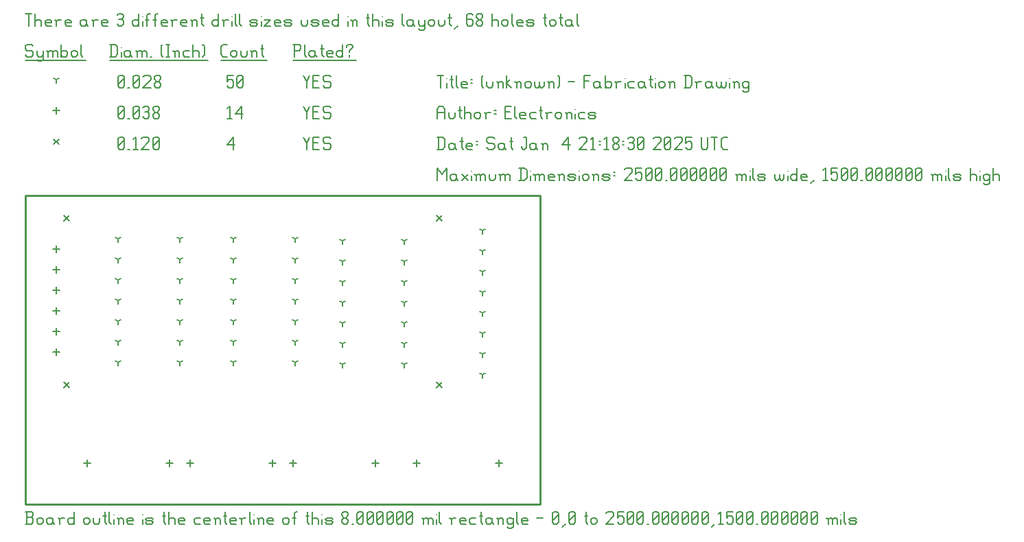
<source format=gbr>
G04 start of page 17 for group -3984 idx -3984 *
G04 Title: (unknown), fab *
G04 Creator: pcb 4.2.2 *
G04 CreationDate: Sat Jan  4 21:18:30 2025 UTC *
G04 For: electronics *
G04 Format: Gerber/RS-274X *
G04 PCB-Dimensions (mil): 2500.00 1500.00 *
G04 PCB-Coordinate-Origin: lower left *
%MOIN*%
%FSLAX25Y25*%
%LNFAB*%
%ADD78C,0.0100*%
%ADD77C,0.0075*%
%ADD76C,0.0060*%
%ADD75C,0.0080*%
G54D75*X18800Y140200D02*X21200Y137800D01*
X18800D02*X21200Y140200D01*
X199800D02*X202200Y137800D01*
X199800D02*X202200Y140200D01*
X199800Y59200D02*X202200Y56800D01*
X199800D02*X202200Y59200D01*
X18800D02*X21200Y56800D01*
X18800D02*X21200Y59200D01*
X13800Y177450D02*X16200Y175050D01*
X13800D02*X16200Y177450D01*
G54D76*X135000Y178500D02*X136500Y175500D01*
X138000Y178500D01*
X136500Y175500D02*Y172500D01*
X139800Y175800D02*X142050D01*
X139800Y172500D02*X142800D01*
X139800Y178500D02*Y172500D01*
Y178500D02*X142800D01*
X147600D02*X148350Y177750D01*
X145350Y178500D02*X147600D01*
X144600Y177750D02*X145350Y178500D01*
X144600Y177750D02*Y176250D01*
X145350Y175500D01*
X147600D01*
X148350Y174750D01*
Y173250D01*
X147600Y172500D02*X148350Y173250D01*
X145350Y172500D02*X147600D01*
X144600Y173250D02*X145350Y172500D01*
X98000Y174750D02*X101000Y178500D01*
X98000Y174750D02*X101750D01*
X101000Y178500D02*Y172500D01*
X45000Y173250D02*X45750Y172500D01*
X45000Y177750D02*Y173250D01*
Y177750D02*X45750Y178500D01*
X47250D01*
X48000Y177750D01*
Y173250D01*
X47250Y172500D02*X48000Y173250D01*
X45750Y172500D02*X47250D01*
X45000Y174000D02*X48000Y177000D01*
X49800Y172500D02*X50550D01*
X52350Y177300D02*X53550Y178500D01*
Y172500D01*
X52350D02*X54600D01*
X56400Y177750D02*X57150Y178500D01*
X59400D01*
X60150Y177750D01*
Y176250D01*
X56400Y172500D02*X60150Y176250D01*
X56400Y172500D02*X60150D01*
X61950Y173250D02*X62700Y172500D01*
X61950Y177750D02*Y173250D01*
Y177750D02*X62700Y178500D01*
X64200D01*
X64950Y177750D01*
Y173250D01*
X64200Y172500D02*X64950Y173250D01*
X62700Y172500D02*X64200D01*
X61950Y174000D02*X64950Y177000D01*
X190000Y21600D02*Y18400D01*
X188400Y20000D02*X191600D01*
X230000Y21600D02*Y18400D01*
X228400Y20000D02*X231600D01*
X130000Y21600D02*Y18400D01*
X128400Y20000D02*X131600D01*
X170000Y21600D02*Y18400D01*
X168400Y20000D02*X171600D01*
X80000Y21600D02*Y18400D01*
X78400Y20000D02*X81600D01*
X120000Y21600D02*Y18400D01*
X118400Y20000D02*X121600D01*
X30000Y21600D02*Y18400D01*
X28400Y20000D02*X31600D01*
X70000Y21600D02*Y18400D01*
X68400Y20000D02*X71600D01*
X15000Y75600D02*Y72400D01*
X13400Y74000D02*X16600D01*
X15000Y85600D02*Y82400D01*
X13400Y84000D02*X16600D01*
X15000Y95600D02*Y92400D01*
X13400Y94000D02*X16600D01*
X15000Y105600D02*Y102400D01*
X13400Y104000D02*X16600D01*
X15000Y115600D02*Y112400D01*
X13400Y114000D02*X16600D01*
X15000Y125600D02*Y122400D01*
X13400Y124000D02*X16600D01*
X15000Y192850D02*Y189650D01*
X13400Y191250D02*X16600D01*
X135000Y193500D02*X136500Y190500D01*
X138000Y193500D01*
X136500Y190500D02*Y187500D01*
X139800Y190800D02*X142050D01*
X139800Y187500D02*X142800D01*
X139800Y193500D02*Y187500D01*
Y193500D02*X142800D01*
X147600D02*X148350Y192750D01*
X145350Y193500D02*X147600D01*
X144600Y192750D02*X145350Y193500D01*
X144600Y192750D02*Y191250D01*
X145350Y190500D01*
X147600D01*
X148350Y189750D01*
Y188250D01*
X147600Y187500D02*X148350Y188250D01*
X145350Y187500D02*X147600D01*
X144600Y188250D02*X145350Y187500D01*
X98000Y192300D02*X99200Y193500D01*
Y187500D01*
X98000D02*X100250D01*
X102050Y189750D02*X105050Y193500D01*
X102050Y189750D02*X105800D01*
X105050Y193500D02*Y187500D01*
X45000Y188250D02*X45750Y187500D01*
X45000Y192750D02*Y188250D01*
Y192750D02*X45750Y193500D01*
X47250D01*
X48000Y192750D01*
Y188250D01*
X47250Y187500D02*X48000Y188250D01*
X45750Y187500D02*X47250D01*
X45000Y189000D02*X48000Y192000D01*
X49800Y187500D02*X50550D01*
X52350Y188250D02*X53100Y187500D01*
X52350Y192750D02*Y188250D01*
Y192750D02*X53100Y193500D01*
X54600D01*
X55350Y192750D01*
Y188250D01*
X54600Y187500D02*X55350Y188250D01*
X53100Y187500D02*X54600D01*
X52350Y189000D02*X55350Y192000D01*
X57150Y192750D02*X57900Y193500D01*
X59400D01*
X60150Y192750D01*
X59400Y187500D02*X60150Y188250D01*
X57900Y187500D02*X59400D01*
X57150Y188250D02*X57900Y187500D01*
Y190800D02*X59400D01*
X60150Y192750D02*Y191550D01*
Y190050D02*Y188250D01*
Y190050D02*X59400Y190800D01*
X60150Y191550D02*X59400Y190800D01*
X61950Y188250D02*X62700Y187500D01*
X61950Y189450D02*Y188250D01*
Y189450D02*X63000Y190500D01*
X63900D01*
X64950Y189450D01*
Y188250D01*
X64200Y187500D02*X64950Y188250D01*
X62700Y187500D02*X64200D01*
X61950Y191550D02*X63000Y190500D01*
X61950Y192750D02*Y191550D01*
Y192750D02*X62700Y193500D01*
X64200D01*
X64950Y192750D01*
Y191550D01*
X63900Y190500D02*X64950Y191550D01*
X222000Y63000D02*Y61400D01*
Y63000D02*X223387Y63800D01*
X222000Y63000D02*X220613Y63800D01*
X222000Y73000D02*Y71400D01*
Y73000D02*X223387Y73800D01*
X222000Y73000D02*X220613Y73800D01*
X222000Y83000D02*Y81400D01*
Y83000D02*X223387Y83800D01*
X222000Y83000D02*X220613Y83800D01*
X222000Y93000D02*Y91400D01*
Y93000D02*X223387Y93800D01*
X222000Y93000D02*X220613Y93800D01*
X222000Y103000D02*Y101400D01*
Y103000D02*X223387Y103800D01*
X222000Y103000D02*X220613Y103800D01*
X222000Y113000D02*Y111400D01*
Y113000D02*X223387Y113800D01*
X222000Y113000D02*X220613Y113800D01*
X222000Y123000D02*Y121400D01*
Y123000D02*X223387Y123800D01*
X222000Y123000D02*X220613Y123800D01*
X222000Y133000D02*Y131400D01*
Y133000D02*X223387Y133800D01*
X222000Y133000D02*X220613Y133800D01*
X184000Y68000D02*Y66400D01*
Y68000D02*X185387Y68800D01*
X184000Y68000D02*X182613Y68800D01*
X184000Y78000D02*Y76400D01*
Y78000D02*X185387Y78800D01*
X184000Y78000D02*X182613Y78800D01*
X184000Y88000D02*Y86400D01*
Y88000D02*X185387Y88800D01*
X184000Y88000D02*X182613Y88800D01*
X184000Y98000D02*Y96400D01*
Y98000D02*X185387Y98800D01*
X184000Y98000D02*X182613Y98800D01*
X184000Y108000D02*Y106400D01*
Y108000D02*X185387Y108800D01*
X184000Y108000D02*X182613Y108800D01*
X184000Y118000D02*Y116400D01*
Y118000D02*X185387Y118800D01*
X184000Y118000D02*X182613Y118800D01*
X184000Y128000D02*Y126400D01*
Y128000D02*X185387Y128800D01*
X184000Y128000D02*X182613Y128800D01*
X154000Y128000D02*Y126400D01*
Y128000D02*X155387Y128800D01*
X154000Y128000D02*X152613Y128800D01*
X154000Y118000D02*Y116400D01*
Y118000D02*X155387Y118800D01*
X154000Y118000D02*X152613Y118800D01*
X154000Y108000D02*Y106400D01*
Y108000D02*X155387Y108800D01*
X154000Y108000D02*X152613Y108800D01*
X154000Y98000D02*Y96400D01*
Y98000D02*X155387Y98800D01*
X154000Y98000D02*X152613Y98800D01*
X154000Y88000D02*Y86400D01*
Y88000D02*X155387Y88800D01*
X154000Y88000D02*X152613Y88800D01*
X154000Y78000D02*Y76400D01*
Y78000D02*X155387Y78800D01*
X154000Y78000D02*X152613Y78800D01*
X154000Y68000D02*Y66400D01*
Y68000D02*X155387Y68800D01*
X154000Y68000D02*X152613Y68800D01*
X131000Y69000D02*Y67400D01*
Y69000D02*X132387Y69800D01*
X131000Y69000D02*X129613Y69800D01*
X131000Y79000D02*Y77400D01*
Y79000D02*X132387Y79800D01*
X131000Y79000D02*X129613Y79800D01*
X131000Y89000D02*Y87400D01*
Y89000D02*X132387Y89800D01*
X131000Y89000D02*X129613Y89800D01*
X131000Y99000D02*Y97400D01*
Y99000D02*X132387Y99800D01*
X131000Y99000D02*X129613Y99800D01*
X131000Y109000D02*Y107400D01*
Y109000D02*X132387Y109800D01*
X131000Y109000D02*X129613Y109800D01*
X131000Y119000D02*Y117400D01*
Y119000D02*X132387Y119800D01*
X131000Y119000D02*X129613Y119800D01*
X131000Y129000D02*Y127400D01*
Y129000D02*X132387Y129800D01*
X131000Y129000D02*X129613Y129800D01*
X101000Y129000D02*Y127400D01*
Y129000D02*X102387Y129800D01*
X101000Y129000D02*X99613Y129800D01*
X101000Y119000D02*Y117400D01*
Y119000D02*X102387Y119800D01*
X101000Y119000D02*X99613Y119800D01*
X101000Y109000D02*Y107400D01*
Y109000D02*X102387Y109800D01*
X101000Y109000D02*X99613Y109800D01*
X101000Y99000D02*Y97400D01*
Y99000D02*X102387Y99800D01*
X101000Y99000D02*X99613Y99800D01*
X101000Y89000D02*Y87400D01*
Y89000D02*X102387Y89800D01*
X101000Y89000D02*X99613Y89800D01*
X101000Y79000D02*Y77400D01*
Y79000D02*X102387Y79800D01*
X101000Y79000D02*X99613Y79800D01*
X101000Y69000D02*Y67400D01*
Y69000D02*X102387Y69800D01*
X101000Y69000D02*X99613Y69800D01*
X75000Y69000D02*Y67400D01*
Y69000D02*X76387Y69800D01*
X75000Y69000D02*X73613Y69800D01*
X75000Y79000D02*Y77400D01*
Y79000D02*X76387Y79800D01*
X75000Y79000D02*X73613Y79800D01*
X75000Y89000D02*Y87400D01*
Y89000D02*X76387Y89800D01*
X75000Y89000D02*X73613Y89800D01*
X75000Y99000D02*Y97400D01*
Y99000D02*X76387Y99800D01*
X75000Y99000D02*X73613Y99800D01*
X75000Y109000D02*Y107400D01*
Y109000D02*X76387Y109800D01*
X75000Y109000D02*X73613Y109800D01*
X75000Y119000D02*Y117400D01*
Y119000D02*X76387Y119800D01*
X75000Y119000D02*X73613Y119800D01*
X75000Y129000D02*Y127400D01*
Y129000D02*X76387Y129800D01*
X75000Y129000D02*X73613Y129800D01*
X45000Y129000D02*Y127400D01*
Y129000D02*X46387Y129800D01*
X45000Y129000D02*X43613Y129800D01*
X45000Y119000D02*Y117400D01*
Y119000D02*X46387Y119800D01*
X45000Y119000D02*X43613Y119800D01*
X45000Y109000D02*Y107400D01*
Y109000D02*X46387Y109800D01*
X45000Y109000D02*X43613Y109800D01*
X45000Y99000D02*Y97400D01*
Y99000D02*X46387Y99800D01*
X45000Y99000D02*X43613Y99800D01*
X45000Y89000D02*Y87400D01*
Y89000D02*X46387Y89800D01*
X45000Y89000D02*X43613Y89800D01*
X45000Y79000D02*Y77400D01*
Y79000D02*X46387Y79800D01*
X45000Y79000D02*X43613Y79800D01*
X45000Y69000D02*Y67400D01*
Y69000D02*X46387Y69800D01*
X45000Y69000D02*X43613Y69800D01*
X15000Y206250D02*Y204650D01*
Y206250D02*X16387Y207050D01*
X15000Y206250D02*X13613Y207050D01*
X135000Y208500D02*X136500Y205500D01*
X138000Y208500D01*
X136500Y205500D02*Y202500D01*
X139800Y205800D02*X142050D01*
X139800Y202500D02*X142800D01*
X139800Y208500D02*Y202500D01*
Y208500D02*X142800D01*
X147600D02*X148350Y207750D01*
X145350Y208500D02*X147600D01*
X144600Y207750D02*X145350Y208500D01*
X144600Y207750D02*Y206250D01*
X145350Y205500D01*
X147600D01*
X148350Y204750D01*
Y203250D01*
X147600Y202500D02*X148350Y203250D01*
X145350Y202500D02*X147600D01*
X144600Y203250D02*X145350Y202500D01*
X98000Y208500D02*X101000D01*
X98000D02*Y205500D01*
X98750Y206250D01*
X100250D01*
X101000Y205500D01*
Y203250D01*
X100250Y202500D02*X101000Y203250D01*
X98750Y202500D02*X100250D01*
X98000Y203250D02*X98750Y202500D01*
X102800Y203250D02*X103550Y202500D01*
X102800Y207750D02*Y203250D01*
Y207750D02*X103550Y208500D01*
X105050D01*
X105800Y207750D01*
Y203250D01*
X105050Y202500D02*X105800Y203250D01*
X103550Y202500D02*X105050D01*
X102800Y204000D02*X105800Y207000D01*
X45000Y203250D02*X45750Y202500D01*
X45000Y207750D02*Y203250D01*
Y207750D02*X45750Y208500D01*
X47250D01*
X48000Y207750D01*
Y203250D01*
X47250Y202500D02*X48000Y203250D01*
X45750Y202500D02*X47250D01*
X45000Y204000D02*X48000Y207000D01*
X49800Y202500D02*X50550D01*
X52350Y203250D02*X53100Y202500D01*
X52350Y207750D02*Y203250D01*
Y207750D02*X53100Y208500D01*
X54600D01*
X55350Y207750D01*
Y203250D01*
X54600Y202500D02*X55350Y203250D01*
X53100Y202500D02*X54600D01*
X52350Y204000D02*X55350Y207000D01*
X57150Y207750D02*X57900Y208500D01*
X60150D01*
X60900Y207750D01*
Y206250D01*
X57150Y202500D02*X60900Y206250D01*
X57150Y202500D02*X60900D01*
X62700Y203250D02*X63450Y202500D01*
X62700Y204450D02*Y203250D01*
Y204450D02*X63750Y205500D01*
X64650D01*
X65700Y204450D01*
Y203250D01*
X64950Y202500D02*X65700Y203250D01*
X63450Y202500D02*X64950D01*
X62700Y206550D02*X63750Y205500D01*
X62700Y207750D02*Y206550D01*
Y207750D02*X63450Y208500D01*
X64950D01*
X65700Y207750D01*
Y206550D01*
X64650Y205500D02*X65700Y206550D01*
X3000Y223500D02*X3750Y222750D01*
X750Y223500D02*X3000D01*
X0Y222750D02*X750Y223500D01*
X0Y222750D02*Y221250D01*
X750Y220500D01*
X3000D01*
X3750Y219750D01*
Y218250D01*
X3000Y217500D02*X3750Y218250D01*
X750Y217500D02*X3000D01*
X0Y218250D02*X750Y217500D01*
X5550Y220500D02*Y218250D01*
X6300Y217500D01*
X8550Y220500D02*Y216000D01*
X7800Y215250D02*X8550Y216000D01*
X6300Y215250D02*X7800D01*
X5550Y216000D02*X6300Y215250D01*
Y217500D02*X7800D01*
X8550Y218250D01*
X11100Y219750D02*Y217500D01*
Y219750D02*X11850Y220500D01*
X12600D01*
X13350Y219750D01*
Y217500D01*
Y219750D02*X14100Y220500D01*
X14850D01*
X15600Y219750D01*
Y217500D01*
X10350Y220500D02*X11100Y219750D01*
X17400Y223500D02*Y217500D01*
Y218250D02*X18150Y217500D01*
X19650D01*
X20400Y218250D01*
Y219750D02*Y218250D01*
X19650Y220500D02*X20400Y219750D01*
X18150Y220500D02*X19650D01*
X17400Y219750D02*X18150Y220500D01*
X22200Y219750D02*Y218250D01*
Y219750D02*X22950Y220500D01*
X24450D01*
X25200Y219750D01*
Y218250D01*
X24450Y217500D02*X25200Y218250D01*
X22950Y217500D02*X24450D01*
X22200Y218250D02*X22950Y217500D01*
X27000Y223500D02*Y218250D01*
X27750Y217500D01*
X0Y215750D02*X29250D01*
X41750Y223500D02*Y217500D01*
X43700Y223500D02*X44750Y222450D01*
Y218550D01*
X43700Y217500D02*X44750Y218550D01*
X41000Y217500D02*X43700D01*
X41000Y223500D02*X43700D01*
G54D77*X46550Y222000D02*Y221850D01*
G54D76*Y219750D02*Y217500D01*
X50300Y220500D02*X51050Y219750D01*
X48800Y220500D02*X50300D01*
X48050Y219750D02*X48800Y220500D01*
X48050Y219750D02*Y218250D01*
X48800Y217500D01*
X51050Y220500D02*Y218250D01*
X51800Y217500D01*
X48800D02*X50300D01*
X51050Y218250D01*
X54350Y219750D02*Y217500D01*
Y219750D02*X55100Y220500D01*
X55850D01*
X56600Y219750D01*
Y217500D01*
Y219750D02*X57350Y220500D01*
X58100D01*
X58850Y219750D01*
Y217500D01*
X53600Y220500D02*X54350Y219750D01*
X60650Y217500D02*X61400D01*
X65900Y218250D02*X66650Y217500D01*
X65900Y222750D02*X66650Y223500D01*
X65900Y222750D02*Y218250D01*
X68450Y223500D02*X69950D01*
X69200D02*Y217500D01*
X68450D02*X69950D01*
X72500Y219750D02*Y217500D01*
Y219750D02*X73250Y220500D01*
X74000D01*
X74750Y219750D01*
Y217500D01*
X71750Y220500D02*X72500Y219750D01*
X77300Y220500D02*X79550D01*
X76550Y219750D02*X77300Y220500D01*
X76550Y219750D02*Y218250D01*
X77300Y217500D01*
X79550D01*
X81350Y223500D02*Y217500D01*
Y219750D02*X82100Y220500D01*
X83600D01*
X84350Y219750D01*
Y217500D01*
X86150Y223500D02*X86900Y222750D01*
Y218250D01*
X86150Y217500D02*X86900Y218250D01*
X41000Y215750D02*X88700D01*
X96050Y217500D02*X98000D01*
X95000Y218550D02*X96050Y217500D01*
X95000Y222450D02*Y218550D01*
Y222450D02*X96050Y223500D01*
X98000D01*
X99800Y219750D02*Y218250D01*
Y219750D02*X100550Y220500D01*
X102050D01*
X102800Y219750D01*
Y218250D01*
X102050Y217500D02*X102800Y218250D01*
X100550Y217500D02*X102050D01*
X99800Y218250D02*X100550Y217500D01*
X104600Y220500D02*Y218250D01*
X105350Y217500D01*
X106850D01*
X107600Y218250D01*
Y220500D02*Y218250D01*
X110150Y219750D02*Y217500D01*
Y219750D02*X110900Y220500D01*
X111650D01*
X112400Y219750D01*
Y217500D01*
X109400Y220500D02*X110150Y219750D01*
X114950Y223500D02*Y218250D01*
X115700Y217500D01*
X114200Y221250D02*X115700D01*
X95000Y215750D02*X117200D01*
X130750Y223500D02*Y217500D01*
X130000Y223500D02*X133000D01*
X133750Y222750D01*
Y221250D01*
X133000Y220500D02*X133750Y221250D01*
X130750Y220500D02*X133000D01*
X135550Y223500D02*Y218250D01*
X136300Y217500D01*
X140050Y220500D02*X140800Y219750D01*
X138550Y220500D02*X140050D01*
X137800Y219750D02*X138550Y220500D01*
X137800Y219750D02*Y218250D01*
X138550Y217500D01*
X140800Y220500D02*Y218250D01*
X141550Y217500D01*
X138550D02*X140050D01*
X140800Y218250D01*
X144100Y223500D02*Y218250D01*
X144850Y217500D01*
X143350Y221250D02*X144850D01*
X147100Y217500D02*X149350D01*
X146350Y218250D02*X147100Y217500D01*
X146350Y219750D02*Y218250D01*
Y219750D02*X147100Y220500D01*
X148600D01*
X149350Y219750D01*
X146350Y219000D02*X149350D01*
Y219750D02*Y219000D01*
X154150Y223500D02*Y217500D01*
X153400D02*X154150Y218250D01*
X151900Y217500D02*X153400D01*
X151150Y218250D02*X151900Y217500D01*
X151150Y219750D02*Y218250D01*
Y219750D02*X151900Y220500D01*
X153400D01*
X154150Y219750D01*
X157450Y220500D02*Y219750D01*
Y218250D02*Y217500D01*
X155950Y222750D02*Y222000D01*
Y222750D02*X156700Y223500D01*
X158200D01*
X158950Y222750D01*
Y222000D01*
X157450Y220500D02*X158950Y222000D01*
X130000Y215750D02*X160750D01*
X0Y238500D02*X3000D01*
X1500D02*Y232500D01*
X4800Y238500D02*Y232500D01*
Y234750D02*X5550Y235500D01*
X7050D01*
X7800Y234750D01*
Y232500D01*
X10350D02*X12600D01*
X9600Y233250D02*X10350Y232500D01*
X9600Y234750D02*Y233250D01*
Y234750D02*X10350Y235500D01*
X11850D01*
X12600Y234750D01*
X9600Y234000D02*X12600D01*
Y234750D02*Y234000D01*
X15150Y234750D02*Y232500D01*
Y234750D02*X15900Y235500D01*
X17400D01*
X14400D02*X15150Y234750D01*
X19950Y232500D02*X22200D01*
X19200Y233250D02*X19950Y232500D01*
X19200Y234750D02*Y233250D01*
Y234750D02*X19950Y235500D01*
X21450D01*
X22200Y234750D01*
X19200Y234000D02*X22200D01*
Y234750D02*Y234000D01*
X28950Y235500D02*X29700Y234750D01*
X27450Y235500D02*X28950D01*
X26700Y234750D02*X27450Y235500D01*
X26700Y234750D02*Y233250D01*
X27450Y232500D01*
X29700Y235500D02*Y233250D01*
X30450Y232500D01*
X27450D02*X28950D01*
X29700Y233250D01*
X33000Y234750D02*Y232500D01*
Y234750D02*X33750Y235500D01*
X35250D01*
X32250D02*X33000Y234750D01*
X37800Y232500D02*X40050D01*
X37050Y233250D02*X37800Y232500D01*
X37050Y234750D02*Y233250D01*
Y234750D02*X37800Y235500D01*
X39300D01*
X40050Y234750D01*
X37050Y234000D02*X40050D01*
Y234750D02*Y234000D01*
X44550Y237750D02*X45300Y238500D01*
X46800D01*
X47550Y237750D01*
X46800Y232500D02*X47550Y233250D01*
X45300Y232500D02*X46800D01*
X44550Y233250D02*X45300Y232500D01*
Y235800D02*X46800D01*
X47550Y237750D02*Y236550D01*
Y235050D02*Y233250D01*
Y235050D02*X46800Y235800D01*
X47550Y236550D02*X46800Y235800D01*
X55050Y238500D02*Y232500D01*
X54300D02*X55050Y233250D01*
X52800Y232500D02*X54300D01*
X52050Y233250D02*X52800Y232500D01*
X52050Y234750D02*Y233250D01*
Y234750D02*X52800Y235500D01*
X54300D01*
X55050Y234750D01*
G54D77*X56850Y237000D02*Y236850D01*
G54D76*Y234750D02*Y232500D01*
X59100Y237750D02*Y232500D01*
Y237750D02*X59850Y238500D01*
X60600D01*
X58350Y235500D02*X59850D01*
X62850Y237750D02*Y232500D01*
Y237750D02*X63600Y238500D01*
X64350D01*
X62100Y235500D02*X63600D01*
X66600Y232500D02*X68850D01*
X65850Y233250D02*X66600Y232500D01*
X65850Y234750D02*Y233250D01*
Y234750D02*X66600Y235500D01*
X68100D01*
X68850Y234750D01*
X65850Y234000D02*X68850D01*
Y234750D02*Y234000D01*
X71400Y234750D02*Y232500D01*
Y234750D02*X72150Y235500D01*
X73650D01*
X70650D02*X71400Y234750D01*
X76200Y232500D02*X78450D01*
X75450Y233250D02*X76200Y232500D01*
X75450Y234750D02*Y233250D01*
Y234750D02*X76200Y235500D01*
X77700D01*
X78450Y234750D01*
X75450Y234000D02*X78450D01*
Y234750D02*Y234000D01*
X81000Y234750D02*Y232500D01*
Y234750D02*X81750Y235500D01*
X82500D01*
X83250Y234750D01*
Y232500D01*
X80250Y235500D02*X81000Y234750D01*
X85800Y238500D02*Y233250D01*
X86550Y232500D01*
X85050Y236250D02*X86550D01*
X93750Y238500D02*Y232500D01*
X93000D02*X93750Y233250D01*
X91500Y232500D02*X93000D01*
X90750Y233250D02*X91500Y232500D01*
X90750Y234750D02*Y233250D01*
Y234750D02*X91500Y235500D01*
X93000D01*
X93750Y234750D01*
X96300D02*Y232500D01*
Y234750D02*X97050Y235500D01*
X98550D01*
X95550D02*X96300Y234750D01*
G54D77*X100350Y237000D02*Y236850D01*
G54D76*Y234750D02*Y232500D01*
X101850Y238500D02*Y233250D01*
X102600Y232500D01*
X104100Y238500D02*Y233250D01*
X104850Y232500D01*
X109800D02*X112050D01*
X112800Y233250D01*
X112050Y234000D02*X112800Y233250D01*
X109800Y234000D02*X112050D01*
X109050Y234750D02*X109800Y234000D01*
X109050Y234750D02*X109800Y235500D01*
X112050D01*
X112800Y234750D01*
X109050Y233250D02*X109800Y232500D01*
G54D77*X114600Y237000D02*Y236850D01*
G54D76*Y234750D02*Y232500D01*
X116100Y235500D02*X119100D01*
X116100Y232500D02*X119100Y235500D01*
X116100Y232500D02*X119100D01*
X121650D02*X123900D01*
X120900Y233250D02*X121650Y232500D01*
X120900Y234750D02*Y233250D01*
Y234750D02*X121650Y235500D01*
X123150D01*
X123900Y234750D01*
X120900Y234000D02*X123900D01*
Y234750D02*Y234000D01*
X126450Y232500D02*X128700D01*
X129450Y233250D01*
X128700Y234000D02*X129450Y233250D01*
X126450Y234000D02*X128700D01*
X125700Y234750D02*X126450Y234000D01*
X125700Y234750D02*X126450Y235500D01*
X128700D01*
X129450Y234750D01*
X125700Y233250D02*X126450Y232500D01*
X133950Y235500D02*Y233250D01*
X134700Y232500D01*
X136200D01*
X136950Y233250D01*
Y235500D02*Y233250D01*
X139500Y232500D02*X141750D01*
X142500Y233250D01*
X141750Y234000D02*X142500Y233250D01*
X139500Y234000D02*X141750D01*
X138750Y234750D02*X139500Y234000D01*
X138750Y234750D02*X139500Y235500D01*
X141750D01*
X142500Y234750D01*
X138750Y233250D02*X139500Y232500D01*
X145050D02*X147300D01*
X144300Y233250D02*X145050Y232500D01*
X144300Y234750D02*Y233250D01*
Y234750D02*X145050Y235500D01*
X146550D01*
X147300Y234750D01*
X144300Y234000D02*X147300D01*
Y234750D02*Y234000D01*
X152100Y238500D02*Y232500D01*
X151350D02*X152100Y233250D01*
X149850Y232500D02*X151350D01*
X149100Y233250D02*X149850Y232500D01*
X149100Y234750D02*Y233250D01*
Y234750D02*X149850Y235500D01*
X151350D01*
X152100Y234750D01*
G54D77*X156600Y237000D02*Y236850D01*
G54D76*Y234750D02*Y232500D01*
X158850Y234750D02*Y232500D01*
Y234750D02*X159600Y235500D01*
X160350D01*
X161100Y234750D01*
Y232500D01*
X158100Y235500D02*X158850Y234750D01*
X166350Y238500D02*Y233250D01*
X167100Y232500D01*
X165600Y236250D02*X167100D01*
X168600Y238500D02*Y232500D01*
Y234750D02*X169350Y235500D01*
X170850D01*
X171600Y234750D01*
Y232500D01*
G54D77*X173400Y237000D02*Y236850D01*
G54D76*Y234750D02*Y232500D01*
X175650D02*X177900D01*
X178650Y233250D01*
X177900Y234000D02*X178650Y233250D01*
X175650Y234000D02*X177900D01*
X174900Y234750D02*X175650Y234000D01*
X174900Y234750D02*X175650Y235500D01*
X177900D01*
X178650Y234750D01*
X174900Y233250D02*X175650Y232500D01*
X183150Y238500D02*Y233250D01*
X183900Y232500D01*
X187650Y235500D02*X188400Y234750D01*
X186150Y235500D02*X187650D01*
X185400Y234750D02*X186150Y235500D01*
X185400Y234750D02*Y233250D01*
X186150Y232500D01*
X188400Y235500D02*Y233250D01*
X189150Y232500D01*
X186150D02*X187650D01*
X188400Y233250D01*
X190950Y235500D02*Y233250D01*
X191700Y232500D01*
X193950Y235500D02*Y231000D01*
X193200Y230250D02*X193950Y231000D01*
X191700Y230250D02*X193200D01*
X190950Y231000D02*X191700Y230250D01*
Y232500D02*X193200D01*
X193950Y233250D01*
X195750Y234750D02*Y233250D01*
Y234750D02*X196500Y235500D01*
X198000D01*
X198750Y234750D01*
Y233250D01*
X198000Y232500D02*X198750Y233250D01*
X196500Y232500D02*X198000D01*
X195750Y233250D02*X196500Y232500D01*
X200550Y235500D02*Y233250D01*
X201300Y232500D01*
X202800D01*
X203550Y233250D01*
Y235500D02*Y233250D01*
X206100Y238500D02*Y233250D01*
X206850Y232500D01*
X205350Y236250D02*X206850D01*
X208350Y231000D02*X209850Y232500D01*
X216600Y238500D02*X217350Y237750D01*
X215100Y238500D02*X216600D01*
X214350Y237750D02*X215100Y238500D01*
X214350Y237750D02*Y233250D01*
X215100Y232500D01*
X216600Y235800D02*X217350Y235050D01*
X214350Y235800D02*X216600D01*
X215100Y232500D02*X216600D01*
X217350Y233250D01*
Y235050D02*Y233250D01*
X219150D02*X219900Y232500D01*
X219150Y234450D02*Y233250D01*
Y234450D02*X220200Y235500D01*
X221100D01*
X222150Y234450D01*
Y233250D01*
X221400Y232500D02*X222150Y233250D01*
X219900Y232500D02*X221400D01*
X219150Y236550D02*X220200Y235500D01*
X219150Y237750D02*Y236550D01*
Y237750D02*X219900Y238500D01*
X221400D01*
X222150Y237750D01*
Y236550D01*
X221100Y235500D02*X222150Y236550D01*
X226650Y238500D02*Y232500D01*
Y234750D02*X227400Y235500D01*
X228900D01*
X229650Y234750D01*
Y232500D01*
X231450Y234750D02*Y233250D01*
Y234750D02*X232200Y235500D01*
X233700D01*
X234450Y234750D01*
Y233250D01*
X233700Y232500D02*X234450Y233250D01*
X232200Y232500D02*X233700D01*
X231450Y233250D02*X232200Y232500D01*
X236250Y238500D02*Y233250D01*
X237000Y232500D01*
X239250D02*X241500D01*
X238500Y233250D02*X239250Y232500D01*
X238500Y234750D02*Y233250D01*
Y234750D02*X239250Y235500D01*
X240750D01*
X241500Y234750D01*
X238500Y234000D02*X241500D01*
Y234750D02*Y234000D01*
X244050Y232500D02*X246300D01*
X247050Y233250D01*
X246300Y234000D02*X247050Y233250D01*
X244050Y234000D02*X246300D01*
X243300Y234750D02*X244050Y234000D01*
X243300Y234750D02*X244050Y235500D01*
X246300D01*
X247050Y234750D01*
X243300Y233250D02*X244050Y232500D01*
X252300Y238500D02*Y233250D01*
X253050Y232500D01*
X251550Y236250D02*X253050D01*
X254550Y234750D02*Y233250D01*
Y234750D02*X255300Y235500D01*
X256800D01*
X257550Y234750D01*
Y233250D01*
X256800Y232500D02*X257550Y233250D01*
X255300Y232500D02*X256800D01*
X254550Y233250D02*X255300Y232500D01*
X260100Y238500D02*Y233250D01*
X260850Y232500D01*
X259350Y236250D02*X260850D01*
X264600Y235500D02*X265350Y234750D01*
X263100Y235500D02*X264600D01*
X262350Y234750D02*X263100Y235500D01*
X262350Y234750D02*Y233250D01*
X263100Y232500D01*
X265350Y235500D02*Y233250D01*
X266100Y232500D01*
X263100D02*X264600D01*
X265350Y233250D01*
X267900Y238500D02*Y233250D01*
X268650Y232500D01*
G54D78*X0Y150000D02*X250000D01*
X0D02*Y0D01*
X250000Y150000D02*Y0D01*
X0D02*X250000D01*
G54D76*X200000Y163500D02*Y157500D01*
Y163500D02*X202250Y160500D01*
X204500Y163500D01*
Y157500D01*
X208550Y160500D02*X209300Y159750D01*
X207050Y160500D02*X208550D01*
X206300Y159750D02*X207050Y160500D01*
X206300Y159750D02*Y158250D01*
X207050Y157500D01*
X209300Y160500D02*Y158250D01*
X210050Y157500D01*
X207050D02*X208550D01*
X209300Y158250D01*
X211850Y160500D02*X214850Y157500D01*
X211850D02*X214850Y160500D01*
G54D77*X216650Y162000D02*Y161850D01*
G54D76*Y159750D02*Y157500D01*
X218900Y159750D02*Y157500D01*
Y159750D02*X219650Y160500D01*
X220400D01*
X221150Y159750D01*
Y157500D01*
Y159750D02*X221900Y160500D01*
X222650D01*
X223400Y159750D01*
Y157500D01*
X218150Y160500D02*X218900Y159750D01*
X225200Y160500D02*Y158250D01*
X225950Y157500D01*
X227450D01*
X228200Y158250D01*
Y160500D02*Y158250D01*
X230750Y159750D02*Y157500D01*
Y159750D02*X231500Y160500D01*
X232250D01*
X233000Y159750D01*
Y157500D01*
Y159750D02*X233750Y160500D01*
X234500D01*
X235250Y159750D01*
Y157500D01*
X230000Y160500D02*X230750Y159750D01*
X240500Y163500D02*Y157500D01*
X242450Y163500D02*X243500Y162450D01*
Y158550D01*
X242450Y157500D02*X243500Y158550D01*
X239750Y157500D02*X242450D01*
X239750Y163500D02*X242450D01*
G54D77*X245300Y162000D02*Y161850D01*
G54D76*Y159750D02*Y157500D01*
X247550Y159750D02*Y157500D01*
Y159750D02*X248300Y160500D01*
X249050D01*
X249800Y159750D01*
Y157500D01*
Y159750D02*X250550Y160500D01*
X251300D01*
X252050Y159750D01*
Y157500D01*
X246800Y160500D02*X247550Y159750D01*
X254600Y157500D02*X256850D01*
X253850Y158250D02*X254600Y157500D01*
X253850Y159750D02*Y158250D01*
Y159750D02*X254600Y160500D01*
X256100D01*
X256850Y159750D01*
X253850Y159000D02*X256850D01*
Y159750D02*Y159000D01*
X259400Y159750D02*Y157500D01*
Y159750D02*X260150Y160500D01*
X260900D01*
X261650Y159750D01*
Y157500D01*
X258650Y160500D02*X259400Y159750D01*
X264200Y157500D02*X266450D01*
X267200Y158250D01*
X266450Y159000D02*X267200Y158250D01*
X264200Y159000D02*X266450D01*
X263450Y159750D02*X264200Y159000D01*
X263450Y159750D02*X264200Y160500D01*
X266450D01*
X267200Y159750D01*
X263450Y158250D02*X264200Y157500D01*
G54D77*X269000Y162000D02*Y161850D01*
G54D76*Y159750D02*Y157500D01*
X270500Y159750D02*Y158250D01*
Y159750D02*X271250Y160500D01*
X272750D01*
X273500Y159750D01*
Y158250D01*
X272750Y157500D02*X273500Y158250D01*
X271250Y157500D02*X272750D01*
X270500Y158250D02*X271250Y157500D01*
X276050Y159750D02*Y157500D01*
Y159750D02*X276800Y160500D01*
X277550D01*
X278300Y159750D01*
Y157500D01*
X275300Y160500D02*X276050Y159750D01*
X280850Y157500D02*X283100D01*
X283850Y158250D01*
X283100Y159000D02*X283850Y158250D01*
X280850Y159000D02*X283100D01*
X280100Y159750D02*X280850Y159000D01*
X280100Y159750D02*X280850Y160500D01*
X283100D01*
X283850Y159750D01*
X280100Y158250D02*X280850Y157500D01*
X285650Y161250D02*X286400D01*
X285650Y159750D02*X286400D01*
X290900Y162750D02*X291650Y163500D01*
X293900D01*
X294650Y162750D01*
Y161250D01*
X290900Y157500D02*X294650Y161250D01*
X290900Y157500D02*X294650D01*
X296450Y163500D02*X299450D01*
X296450D02*Y160500D01*
X297200Y161250D01*
X298700D01*
X299450Y160500D01*
Y158250D01*
X298700Y157500D02*X299450Y158250D01*
X297200Y157500D02*X298700D01*
X296450Y158250D02*X297200Y157500D01*
X301250Y158250D02*X302000Y157500D01*
X301250Y162750D02*Y158250D01*
Y162750D02*X302000Y163500D01*
X303500D01*
X304250Y162750D01*
Y158250D01*
X303500Y157500D02*X304250Y158250D01*
X302000Y157500D02*X303500D01*
X301250Y159000D02*X304250Y162000D01*
X306050Y158250D02*X306800Y157500D01*
X306050Y162750D02*Y158250D01*
Y162750D02*X306800Y163500D01*
X308300D01*
X309050Y162750D01*
Y158250D01*
X308300Y157500D02*X309050Y158250D01*
X306800Y157500D02*X308300D01*
X306050Y159000D02*X309050Y162000D01*
X310850Y157500D02*X311600D01*
X313400Y158250D02*X314150Y157500D01*
X313400Y162750D02*Y158250D01*
Y162750D02*X314150Y163500D01*
X315650D01*
X316400Y162750D01*
Y158250D01*
X315650Y157500D02*X316400Y158250D01*
X314150Y157500D02*X315650D01*
X313400Y159000D02*X316400Y162000D01*
X318200Y158250D02*X318950Y157500D01*
X318200Y162750D02*Y158250D01*
Y162750D02*X318950Y163500D01*
X320450D01*
X321200Y162750D01*
Y158250D01*
X320450Y157500D02*X321200Y158250D01*
X318950Y157500D02*X320450D01*
X318200Y159000D02*X321200Y162000D01*
X323000Y158250D02*X323750Y157500D01*
X323000Y162750D02*Y158250D01*
Y162750D02*X323750Y163500D01*
X325250D01*
X326000Y162750D01*
Y158250D01*
X325250Y157500D02*X326000Y158250D01*
X323750Y157500D02*X325250D01*
X323000Y159000D02*X326000Y162000D01*
X327800Y158250D02*X328550Y157500D01*
X327800Y162750D02*Y158250D01*
Y162750D02*X328550Y163500D01*
X330050D01*
X330800Y162750D01*
Y158250D01*
X330050Y157500D02*X330800Y158250D01*
X328550Y157500D02*X330050D01*
X327800Y159000D02*X330800Y162000D01*
X332600Y158250D02*X333350Y157500D01*
X332600Y162750D02*Y158250D01*
Y162750D02*X333350Y163500D01*
X334850D01*
X335600Y162750D01*
Y158250D01*
X334850Y157500D02*X335600Y158250D01*
X333350Y157500D02*X334850D01*
X332600Y159000D02*X335600Y162000D01*
X337400Y158250D02*X338150Y157500D01*
X337400Y162750D02*Y158250D01*
Y162750D02*X338150Y163500D01*
X339650D01*
X340400Y162750D01*
Y158250D01*
X339650Y157500D02*X340400Y158250D01*
X338150Y157500D02*X339650D01*
X337400Y159000D02*X340400Y162000D01*
X345650Y159750D02*Y157500D01*
Y159750D02*X346400Y160500D01*
X347150D01*
X347900Y159750D01*
Y157500D01*
Y159750D02*X348650Y160500D01*
X349400D01*
X350150Y159750D01*
Y157500D01*
X344900Y160500D02*X345650Y159750D01*
G54D77*X351950Y162000D02*Y161850D01*
G54D76*Y159750D02*Y157500D01*
X353450Y163500D02*Y158250D01*
X354200Y157500D01*
X356450D02*X358700D01*
X359450Y158250D01*
X358700Y159000D02*X359450Y158250D01*
X356450Y159000D02*X358700D01*
X355700Y159750D02*X356450Y159000D01*
X355700Y159750D02*X356450Y160500D01*
X358700D01*
X359450Y159750D01*
X355700Y158250D02*X356450Y157500D01*
X363950Y160500D02*Y158250D01*
X364700Y157500D01*
X365450D01*
X366200Y158250D01*
Y160500D02*Y158250D01*
X366950Y157500D01*
X367700D01*
X368450Y158250D01*
Y160500D02*Y158250D01*
G54D77*X370250Y162000D02*Y161850D01*
G54D76*Y159750D02*Y157500D01*
X374750Y163500D02*Y157500D01*
X374000D02*X374750Y158250D01*
X372500Y157500D02*X374000D01*
X371750Y158250D02*X372500Y157500D01*
X371750Y159750D02*Y158250D01*
Y159750D02*X372500Y160500D01*
X374000D01*
X374750Y159750D01*
X377300Y157500D02*X379550D01*
X376550Y158250D02*X377300Y157500D01*
X376550Y159750D02*Y158250D01*
Y159750D02*X377300Y160500D01*
X378800D01*
X379550Y159750D01*
X376550Y159000D02*X379550D01*
Y159750D02*Y159000D01*
X381350Y156000D02*X382850Y157500D01*
X387350Y162300D02*X388550Y163500D01*
Y157500D01*
X387350D02*X389600D01*
X391400Y163500D02*X394400D01*
X391400D02*Y160500D01*
X392150Y161250D01*
X393650D01*
X394400Y160500D01*
Y158250D01*
X393650Y157500D02*X394400Y158250D01*
X392150Y157500D02*X393650D01*
X391400Y158250D02*X392150Y157500D01*
X396200Y158250D02*X396950Y157500D01*
X396200Y162750D02*Y158250D01*
Y162750D02*X396950Y163500D01*
X398450D01*
X399200Y162750D01*
Y158250D01*
X398450Y157500D02*X399200Y158250D01*
X396950Y157500D02*X398450D01*
X396200Y159000D02*X399200Y162000D01*
X401000Y158250D02*X401750Y157500D01*
X401000Y162750D02*Y158250D01*
Y162750D02*X401750Y163500D01*
X403250D01*
X404000Y162750D01*
Y158250D01*
X403250Y157500D02*X404000Y158250D01*
X401750Y157500D02*X403250D01*
X401000Y159000D02*X404000Y162000D01*
X405800Y157500D02*X406550D01*
X408350Y158250D02*X409100Y157500D01*
X408350Y162750D02*Y158250D01*
Y162750D02*X409100Y163500D01*
X410600D01*
X411350Y162750D01*
Y158250D01*
X410600Y157500D02*X411350Y158250D01*
X409100Y157500D02*X410600D01*
X408350Y159000D02*X411350Y162000D01*
X413150Y158250D02*X413900Y157500D01*
X413150Y162750D02*Y158250D01*
Y162750D02*X413900Y163500D01*
X415400D01*
X416150Y162750D01*
Y158250D01*
X415400Y157500D02*X416150Y158250D01*
X413900Y157500D02*X415400D01*
X413150Y159000D02*X416150Y162000D01*
X417950Y158250D02*X418700Y157500D01*
X417950Y162750D02*Y158250D01*
Y162750D02*X418700Y163500D01*
X420200D01*
X420950Y162750D01*
Y158250D01*
X420200Y157500D02*X420950Y158250D01*
X418700Y157500D02*X420200D01*
X417950Y159000D02*X420950Y162000D01*
X422750Y158250D02*X423500Y157500D01*
X422750Y162750D02*Y158250D01*
Y162750D02*X423500Y163500D01*
X425000D01*
X425750Y162750D01*
Y158250D01*
X425000Y157500D02*X425750Y158250D01*
X423500Y157500D02*X425000D01*
X422750Y159000D02*X425750Y162000D01*
X427550Y158250D02*X428300Y157500D01*
X427550Y162750D02*Y158250D01*
Y162750D02*X428300Y163500D01*
X429800D01*
X430550Y162750D01*
Y158250D01*
X429800Y157500D02*X430550Y158250D01*
X428300Y157500D02*X429800D01*
X427550Y159000D02*X430550Y162000D01*
X432350Y158250D02*X433100Y157500D01*
X432350Y162750D02*Y158250D01*
Y162750D02*X433100Y163500D01*
X434600D01*
X435350Y162750D01*
Y158250D01*
X434600Y157500D02*X435350Y158250D01*
X433100Y157500D02*X434600D01*
X432350Y159000D02*X435350Y162000D01*
X440600Y159750D02*Y157500D01*
Y159750D02*X441350Y160500D01*
X442100D01*
X442850Y159750D01*
Y157500D01*
Y159750D02*X443600Y160500D01*
X444350D01*
X445100Y159750D01*
Y157500D01*
X439850Y160500D02*X440600Y159750D01*
G54D77*X446900Y162000D02*Y161850D01*
G54D76*Y159750D02*Y157500D01*
X448400Y163500D02*Y158250D01*
X449150Y157500D01*
X451400D02*X453650D01*
X454400Y158250D01*
X453650Y159000D02*X454400Y158250D01*
X451400Y159000D02*X453650D01*
X450650Y159750D02*X451400Y159000D01*
X450650Y159750D02*X451400Y160500D01*
X453650D01*
X454400Y159750D01*
X450650Y158250D02*X451400Y157500D01*
X458900Y163500D02*Y157500D01*
Y159750D02*X459650Y160500D01*
X461150D01*
X461900Y159750D01*
Y157500D01*
G54D77*X463700Y162000D02*Y161850D01*
G54D76*Y159750D02*Y157500D01*
X467450Y160500D02*X468200Y159750D01*
X465950Y160500D02*X467450D01*
X465200Y159750D02*X465950Y160500D01*
X465200Y159750D02*Y158250D01*
X465950Y157500D01*
X467450D01*
X468200Y158250D01*
X465200Y156000D02*X465950Y155250D01*
X467450D01*
X468200Y156000D01*
Y160500D02*Y156000D01*
X470000Y163500D02*Y157500D01*
Y159750D02*X470750Y160500D01*
X472250D01*
X473000Y159750D01*
Y157500D01*
X0Y-9500D02*X3000D01*
X3750Y-8750D01*
Y-6950D02*Y-8750D01*
X3000Y-6200D02*X3750Y-6950D01*
X750Y-6200D02*X3000D01*
X750Y-3500D02*Y-9500D01*
X0Y-3500D02*X3000D01*
X3750Y-4250D01*
Y-5450D01*
X3000Y-6200D02*X3750Y-5450D01*
X5550Y-7250D02*Y-8750D01*
Y-7250D02*X6300Y-6500D01*
X7800D01*
X8550Y-7250D01*
Y-8750D01*
X7800Y-9500D02*X8550Y-8750D01*
X6300Y-9500D02*X7800D01*
X5550Y-8750D02*X6300Y-9500D01*
X12600Y-6500D02*X13350Y-7250D01*
X11100Y-6500D02*X12600D01*
X10350Y-7250D02*X11100Y-6500D01*
X10350Y-7250D02*Y-8750D01*
X11100Y-9500D01*
X13350Y-6500D02*Y-8750D01*
X14100Y-9500D01*
X11100D02*X12600D01*
X13350Y-8750D01*
X16650Y-7250D02*Y-9500D01*
Y-7250D02*X17400Y-6500D01*
X18900D01*
X15900D02*X16650Y-7250D01*
X23700Y-3500D02*Y-9500D01*
X22950D02*X23700Y-8750D01*
X21450Y-9500D02*X22950D01*
X20700Y-8750D02*X21450Y-9500D01*
X20700Y-7250D02*Y-8750D01*
Y-7250D02*X21450Y-6500D01*
X22950D01*
X23700Y-7250D01*
X28200D02*Y-8750D01*
Y-7250D02*X28950Y-6500D01*
X30450D01*
X31200Y-7250D01*
Y-8750D01*
X30450Y-9500D02*X31200Y-8750D01*
X28950Y-9500D02*X30450D01*
X28200Y-8750D02*X28950Y-9500D01*
X33000Y-6500D02*Y-8750D01*
X33750Y-9500D01*
X35250D01*
X36000Y-8750D01*
Y-6500D02*Y-8750D01*
X38550Y-3500D02*Y-8750D01*
X39300Y-9500D01*
X37800Y-5750D02*X39300D01*
X40800Y-3500D02*Y-8750D01*
X41550Y-9500D01*
G54D77*X43050Y-5000D02*Y-5150D01*
G54D76*Y-7250D02*Y-9500D01*
X45300Y-7250D02*Y-9500D01*
Y-7250D02*X46050Y-6500D01*
X46800D01*
X47550Y-7250D01*
Y-9500D01*
X44550Y-6500D02*X45300Y-7250D01*
X50100Y-9500D02*X52350D01*
X49350Y-8750D02*X50100Y-9500D01*
X49350Y-7250D02*Y-8750D01*
Y-7250D02*X50100Y-6500D01*
X51600D01*
X52350Y-7250D01*
X49350Y-8000D02*X52350D01*
Y-7250D02*Y-8000D01*
G54D77*X56850Y-5000D02*Y-5150D01*
G54D76*Y-7250D02*Y-9500D01*
X59100D02*X61350D01*
X62100Y-8750D01*
X61350Y-8000D02*X62100Y-8750D01*
X59100Y-8000D02*X61350D01*
X58350Y-7250D02*X59100Y-8000D01*
X58350Y-7250D02*X59100Y-6500D01*
X61350D01*
X62100Y-7250D01*
X58350Y-8750D02*X59100Y-9500D01*
X67350Y-3500D02*Y-8750D01*
X68100Y-9500D01*
X66600Y-5750D02*X68100D01*
X69600Y-3500D02*Y-9500D01*
Y-7250D02*X70350Y-6500D01*
X71850D01*
X72600Y-7250D01*
Y-9500D01*
X75150D02*X77400D01*
X74400Y-8750D02*X75150Y-9500D01*
X74400Y-7250D02*Y-8750D01*
Y-7250D02*X75150Y-6500D01*
X76650D01*
X77400Y-7250D01*
X74400Y-8000D02*X77400D01*
Y-7250D02*Y-8000D01*
X82650Y-6500D02*X84900D01*
X81900Y-7250D02*X82650Y-6500D01*
X81900Y-7250D02*Y-8750D01*
X82650Y-9500D01*
X84900D01*
X87450D02*X89700D01*
X86700Y-8750D02*X87450Y-9500D01*
X86700Y-7250D02*Y-8750D01*
Y-7250D02*X87450Y-6500D01*
X88950D01*
X89700Y-7250D01*
X86700Y-8000D02*X89700D01*
Y-7250D02*Y-8000D01*
X92250Y-7250D02*Y-9500D01*
Y-7250D02*X93000Y-6500D01*
X93750D01*
X94500Y-7250D01*
Y-9500D01*
X91500Y-6500D02*X92250Y-7250D01*
X97050Y-3500D02*Y-8750D01*
X97800Y-9500D01*
X96300Y-5750D02*X97800D01*
X100050Y-9500D02*X102300D01*
X99300Y-8750D02*X100050Y-9500D01*
X99300Y-7250D02*Y-8750D01*
Y-7250D02*X100050Y-6500D01*
X101550D01*
X102300Y-7250D01*
X99300Y-8000D02*X102300D01*
Y-7250D02*Y-8000D01*
X104850Y-7250D02*Y-9500D01*
Y-7250D02*X105600Y-6500D01*
X107100D01*
X104100D02*X104850Y-7250D01*
X108900Y-3500D02*Y-8750D01*
X109650Y-9500D01*
G54D77*X111150Y-5000D02*Y-5150D01*
G54D76*Y-7250D02*Y-9500D01*
X113400Y-7250D02*Y-9500D01*
Y-7250D02*X114150Y-6500D01*
X114900D01*
X115650Y-7250D01*
Y-9500D01*
X112650Y-6500D02*X113400Y-7250D01*
X118200Y-9500D02*X120450D01*
X117450Y-8750D02*X118200Y-9500D01*
X117450Y-7250D02*Y-8750D01*
Y-7250D02*X118200Y-6500D01*
X119700D01*
X120450Y-7250D01*
X117450Y-8000D02*X120450D01*
Y-7250D02*Y-8000D01*
X124950Y-7250D02*Y-8750D01*
Y-7250D02*X125700Y-6500D01*
X127200D01*
X127950Y-7250D01*
Y-8750D01*
X127200Y-9500D02*X127950Y-8750D01*
X125700Y-9500D02*X127200D01*
X124950Y-8750D02*X125700Y-9500D01*
X130500Y-4250D02*Y-9500D01*
Y-4250D02*X131250Y-3500D01*
X132000D01*
X129750Y-6500D02*X131250D01*
X136950Y-3500D02*Y-8750D01*
X137700Y-9500D01*
X136200Y-5750D02*X137700D01*
X139200Y-3500D02*Y-9500D01*
Y-7250D02*X139950Y-6500D01*
X141450D01*
X142200Y-7250D01*
Y-9500D01*
G54D77*X144000Y-5000D02*Y-5150D01*
G54D76*Y-7250D02*Y-9500D01*
X146250D02*X148500D01*
X149250Y-8750D01*
X148500Y-8000D02*X149250Y-8750D01*
X146250Y-8000D02*X148500D01*
X145500Y-7250D02*X146250Y-8000D01*
X145500Y-7250D02*X146250Y-6500D01*
X148500D01*
X149250Y-7250D01*
X145500Y-8750D02*X146250Y-9500D01*
X153750Y-8750D02*X154500Y-9500D01*
X153750Y-7550D02*Y-8750D01*
Y-7550D02*X154800Y-6500D01*
X155700D01*
X156750Y-7550D01*
Y-8750D01*
X156000Y-9500D02*X156750Y-8750D01*
X154500Y-9500D02*X156000D01*
X153750Y-5450D02*X154800Y-6500D01*
X153750Y-4250D02*Y-5450D01*
Y-4250D02*X154500Y-3500D01*
X156000D01*
X156750Y-4250D01*
Y-5450D01*
X155700Y-6500D02*X156750Y-5450D01*
X158550Y-9500D02*X159300D01*
X161100Y-8750D02*X161850Y-9500D01*
X161100Y-4250D02*Y-8750D01*
Y-4250D02*X161850Y-3500D01*
X163350D01*
X164100Y-4250D01*
Y-8750D01*
X163350Y-9500D02*X164100Y-8750D01*
X161850Y-9500D02*X163350D01*
X161100Y-8000D02*X164100Y-5000D01*
X165900Y-8750D02*X166650Y-9500D01*
X165900Y-4250D02*Y-8750D01*
Y-4250D02*X166650Y-3500D01*
X168150D01*
X168900Y-4250D01*
Y-8750D01*
X168150Y-9500D02*X168900Y-8750D01*
X166650Y-9500D02*X168150D01*
X165900Y-8000D02*X168900Y-5000D01*
X170700Y-8750D02*X171450Y-9500D01*
X170700Y-4250D02*Y-8750D01*
Y-4250D02*X171450Y-3500D01*
X172950D01*
X173700Y-4250D01*
Y-8750D01*
X172950Y-9500D02*X173700Y-8750D01*
X171450Y-9500D02*X172950D01*
X170700Y-8000D02*X173700Y-5000D01*
X175500Y-8750D02*X176250Y-9500D01*
X175500Y-4250D02*Y-8750D01*
Y-4250D02*X176250Y-3500D01*
X177750D01*
X178500Y-4250D01*
Y-8750D01*
X177750Y-9500D02*X178500Y-8750D01*
X176250Y-9500D02*X177750D01*
X175500Y-8000D02*X178500Y-5000D01*
X180300Y-8750D02*X181050Y-9500D01*
X180300Y-4250D02*Y-8750D01*
Y-4250D02*X181050Y-3500D01*
X182550D01*
X183300Y-4250D01*
Y-8750D01*
X182550Y-9500D02*X183300Y-8750D01*
X181050Y-9500D02*X182550D01*
X180300Y-8000D02*X183300Y-5000D01*
X185100Y-8750D02*X185850Y-9500D01*
X185100Y-4250D02*Y-8750D01*
Y-4250D02*X185850Y-3500D01*
X187350D01*
X188100Y-4250D01*
Y-8750D01*
X187350Y-9500D02*X188100Y-8750D01*
X185850Y-9500D02*X187350D01*
X185100Y-8000D02*X188100Y-5000D01*
X193350Y-7250D02*Y-9500D01*
Y-7250D02*X194100Y-6500D01*
X194850D01*
X195600Y-7250D01*
Y-9500D01*
Y-7250D02*X196350Y-6500D01*
X197100D01*
X197850Y-7250D01*
Y-9500D01*
X192600Y-6500D02*X193350Y-7250D01*
G54D77*X199650Y-5000D02*Y-5150D01*
G54D76*Y-7250D02*Y-9500D01*
X201150Y-3500D02*Y-8750D01*
X201900Y-9500D01*
X206850Y-7250D02*Y-9500D01*
Y-7250D02*X207600Y-6500D01*
X209100D01*
X206100D02*X206850Y-7250D01*
X211650Y-9500D02*X213900D01*
X210900Y-8750D02*X211650Y-9500D01*
X210900Y-7250D02*Y-8750D01*
Y-7250D02*X211650Y-6500D01*
X213150D01*
X213900Y-7250D01*
X210900Y-8000D02*X213900D01*
Y-7250D02*Y-8000D01*
X216450Y-6500D02*X218700D01*
X215700Y-7250D02*X216450Y-6500D01*
X215700Y-7250D02*Y-8750D01*
X216450Y-9500D01*
X218700D01*
X221250Y-3500D02*Y-8750D01*
X222000Y-9500D01*
X220500Y-5750D02*X222000D01*
X225750Y-6500D02*X226500Y-7250D01*
X224250Y-6500D02*X225750D01*
X223500Y-7250D02*X224250Y-6500D01*
X223500Y-7250D02*Y-8750D01*
X224250Y-9500D01*
X226500Y-6500D02*Y-8750D01*
X227250Y-9500D01*
X224250D02*X225750D01*
X226500Y-8750D01*
X229800Y-7250D02*Y-9500D01*
Y-7250D02*X230550Y-6500D01*
X231300D01*
X232050Y-7250D01*
Y-9500D01*
X229050Y-6500D02*X229800Y-7250D01*
X236100Y-6500D02*X236850Y-7250D01*
X234600Y-6500D02*X236100D01*
X233850Y-7250D02*X234600Y-6500D01*
X233850Y-7250D02*Y-8750D01*
X234600Y-9500D01*
X236100D01*
X236850Y-8750D01*
X233850Y-11000D02*X234600Y-11750D01*
X236100D01*
X236850Y-11000D01*
Y-6500D02*Y-11000D01*
X238650Y-3500D02*Y-8750D01*
X239400Y-9500D01*
X241650D02*X243900D01*
X240900Y-8750D02*X241650Y-9500D01*
X240900Y-7250D02*Y-8750D01*
Y-7250D02*X241650Y-6500D01*
X243150D01*
X243900Y-7250D01*
X240900Y-8000D02*X243900D01*
Y-7250D02*Y-8000D01*
X248400Y-6500D02*X251400D01*
X255900Y-8750D02*X256650Y-9500D01*
X255900Y-4250D02*Y-8750D01*
Y-4250D02*X256650Y-3500D01*
X258150D01*
X258900Y-4250D01*
Y-8750D01*
X258150Y-9500D02*X258900Y-8750D01*
X256650Y-9500D02*X258150D01*
X255900Y-8000D02*X258900Y-5000D01*
X260700Y-11000D02*X262200Y-9500D01*
X264000Y-8750D02*X264750Y-9500D01*
X264000Y-4250D02*Y-8750D01*
Y-4250D02*X264750Y-3500D01*
X266250D01*
X267000Y-4250D01*
Y-8750D01*
X266250Y-9500D02*X267000Y-8750D01*
X264750Y-9500D02*X266250D01*
X264000Y-8000D02*X267000Y-5000D01*
X272250Y-3500D02*Y-8750D01*
X273000Y-9500D01*
X271500Y-5750D02*X273000D01*
X274500Y-7250D02*Y-8750D01*
Y-7250D02*X275250Y-6500D01*
X276750D01*
X277500Y-7250D01*
Y-8750D01*
X276750Y-9500D02*X277500Y-8750D01*
X275250Y-9500D02*X276750D01*
X274500Y-8750D02*X275250Y-9500D01*
X282000Y-4250D02*X282750Y-3500D01*
X285000D01*
X285750Y-4250D01*
Y-5750D01*
X282000Y-9500D02*X285750Y-5750D01*
X282000Y-9500D02*X285750D01*
X287550Y-3500D02*X290550D01*
X287550D02*Y-6500D01*
X288300Y-5750D01*
X289800D01*
X290550Y-6500D01*
Y-8750D01*
X289800Y-9500D02*X290550Y-8750D01*
X288300Y-9500D02*X289800D01*
X287550Y-8750D02*X288300Y-9500D01*
X292350Y-8750D02*X293100Y-9500D01*
X292350Y-4250D02*Y-8750D01*
Y-4250D02*X293100Y-3500D01*
X294600D01*
X295350Y-4250D01*
Y-8750D01*
X294600Y-9500D02*X295350Y-8750D01*
X293100Y-9500D02*X294600D01*
X292350Y-8000D02*X295350Y-5000D01*
X297150Y-8750D02*X297900Y-9500D01*
X297150Y-4250D02*Y-8750D01*
Y-4250D02*X297900Y-3500D01*
X299400D01*
X300150Y-4250D01*
Y-8750D01*
X299400Y-9500D02*X300150Y-8750D01*
X297900Y-9500D02*X299400D01*
X297150Y-8000D02*X300150Y-5000D01*
X301950Y-9500D02*X302700D01*
X304500Y-8750D02*X305250Y-9500D01*
X304500Y-4250D02*Y-8750D01*
Y-4250D02*X305250Y-3500D01*
X306750D01*
X307500Y-4250D01*
Y-8750D01*
X306750Y-9500D02*X307500Y-8750D01*
X305250Y-9500D02*X306750D01*
X304500Y-8000D02*X307500Y-5000D01*
X309300Y-8750D02*X310050Y-9500D01*
X309300Y-4250D02*Y-8750D01*
Y-4250D02*X310050Y-3500D01*
X311550D01*
X312300Y-4250D01*
Y-8750D01*
X311550Y-9500D02*X312300Y-8750D01*
X310050Y-9500D02*X311550D01*
X309300Y-8000D02*X312300Y-5000D01*
X314100Y-8750D02*X314850Y-9500D01*
X314100Y-4250D02*Y-8750D01*
Y-4250D02*X314850Y-3500D01*
X316350D01*
X317100Y-4250D01*
Y-8750D01*
X316350Y-9500D02*X317100Y-8750D01*
X314850Y-9500D02*X316350D01*
X314100Y-8000D02*X317100Y-5000D01*
X318900Y-8750D02*X319650Y-9500D01*
X318900Y-4250D02*Y-8750D01*
Y-4250D02*X319650Y-3500D01*
X321150D01*
X321900Y-4250D01*
Y-8750D01*
X321150Y-9500D02*X321900Y-8750D01*
X319650Y-9500D02*X321150D01*
X318900Y-8000D02*X321900Y-5000D01*
X323700Y-8750D02*X324450Y-9500D01*
X323700Y-4250D02*Y-8750D01*
Y-4250D02*X324450Y-3500D01*
X325950D01*
X326700Y-4250D01*
Y-8750D01*
X325950Y-9500D02*X326700Y-8750D01*
X324450Y-9500D02*X325950D01*
X323700Y-8000D02*X326700Y-5000D01*
X328500Y-8750D02*X329250Y-9500D01*
X328500Y-4250D02*Y-8750D01*
Y-4250D02*X329250Y-3500D01*
X330750D01*
X331500Y-4250D01*
Y-8750D01*
X330750Y-9500D02*X331500Y-8750D01*
X329250Y-9500D02*X330750D01*
X328500Y-8000D02*X331500Y-5000D01*
X333300Y-11000D02*X334800Y-9500D01*
X336600Y-4700D02*X337800Y-3500D01*
Y-9500D01*
X336600D02*X338850D01*
X340650Y-3500D02*X343650D01*
X340650D02*Y-6500D01*
X341400Y-5750D01*
X342900D01*
X343650Y-6500D01*
Y-8750D01*
X342900Y-9500D02*X343650Y-8750D01*
X341400Y-9500D02*X342900D01*
X340650Y-8750D02*X341400Y-9500D01*
X345450Y-8750D02*X346200Y-9500D01*
X345450Y-4250D02*Y-8750D01*
Y-4250D02*X346200Y-3500D01*
X347700D01*
X348450Y-4250D01*
Y-8750D01*
X347700Y-9500D02*X348450Y-8750D01*
X346200Y-9500D02*X347700D01*
X345450Y-8000D02*X348450Y-5000D01*
X350250Y-8750D02*X351000Y-9500D01*
X350250Y-4250D02*Y-8750D01*
Y-4250D02*X351000Y-3500D01*
X352500D01*
X353250Y-4250D01*
Y-8750D01*
X352500Y-9500D02*X353250Y-8750D01*
X351000Y-9500D02*X352500D01*
X350250Y-8000D02*X353250Y-5000D01*
X355050Y-9500D02*X355800D01*
X357600Y-8750D02*X358350Y-9500D01*
X357600Y-4250D02*Y-8750D01*
Y-4250D02*X358350Y-3500D01*
X359850D01*
X360600Y-4250D01*
Y-8750D01*
X359850Y-9500D02*X360600Y-8750D01*
X358350Y-9500D02*X359850D01*
X357600Y-8000D02*X360600Y-5000D01*
X362400Y-8750D02*X363150Y-9500D01*
X362400Y-4250D02*Y-8750D01*
Y-4250D02*X363150Y-3500D01*
X364650D01*
X365400Y-4250D01*
Y-8750D01*
X364650Y-9500D02*X365400Y-8750D01*
X363150Y-9500D02*X364650D01*
X362400Y-8000D02*X365400Y-5000D01*
X367200Y-8750D02*X367950Y-9500D01*
X367200Y-4250D02*Y-8750D01*
Y-4250D02*X367950Y-3500D01*
X369450D01*
X370200Y-4250D01*
Y-8750D01*
X369450Y-9500D02*X370200Y-8750D01*
X367950Y-9500D02*X369450D01*
X367200Y-8000D02*X370200Y-5000D01*
X372000Y-8750D02*X372750Y-9500D01*
X372000Y-4250D02*Y-8750D01*
Y-4250D02*X372750Y-3500D01*
X374250D01*
X375000Y-4250D01*
Y-8750D01*
X374250Y-9500D02*X375000Y-8750D01*
X372750Y-9500D02*X374250D01*
X372000Y-8000D02*X375000Y-5000D01*
X376800Y-8750D02*X377550Y-9500D01*
X376800Y-4250D02*Y-8750D01*
Y-4250D02*X377550Y-3500D01*
X379050D01*
X379800Y-4250D01*
Y-8750D01*
X379050Y-9500D02*X379800Y-8750D01*
X377550Y-9500D02*X379050D01*
X376800Y-8000D02*X379800Y-5000D01*
X381600Y-8750D02*X382350Y-9500D01*
X381600Y-4250D02*Y-8750D01*
Y-4250D02*X382350Y-3500D01*
X383850D01*
X384600Y-4250D01*
Y-8750D01*
X383850Y-9500D02*X384600Y-8750D01*
X382350Y-9500D02*X383850D01*
X381600Y-8000D02*X384600Y-5000D01*
X389850Y-7250D02*Y-9500D01*
Y-7250D02*X390600Y-6500D01*
X391350D01*
X392100Y-7250D01*
Y-9500D01*
Y-7250D02*X392850Y-6500D01*
X393600D01*
X394350Y-7250D01*
Y-9500D01*
X389100Y-6500D02*X389850Y-7250D01*
G54D77*X396150Y-5000D02*Y-5150D01*
G54D76*Y-7250D02*Y-9500D01*
X397650Y-3500D02*Y-8750D01*
X398400Y-9500D01*
X400650D02*X402900D01*
X403650Y-8750D01*
X402900Y-8000D02*X403650Y-8750D01*
X400650Y-8000D02*X402900D01*
X399900Y-7250D02*X400650Y-8000D01*
X399900Y-7250D02*X400650Y-6500D01*
X402900D01*
X403650Y-7250D01*
X399900Y-8750D02*X400650Y-9500D01*
X200750Y178500D02*Y172500D01*
X202700Y178500D02*X203750Y177450D01*
Y173550D01*
X202700Y172500D02*X203750Y173550D01*
X200000Y172500D02*X202700D01*
X200000Y178500D02*X202700D01*
X207800Y175500D02*X208550Y174750D01*
X206300Y175500D02*X207800D01*
X205550Y174750D02*X206300Y175500D01*
X205550Y174750D02*Y173250D01*
X206300Y172500D01*
X208550Y175500D02*Y173250D01*
X209300Y172500D01*
X206300D02*X207800D01*
X208550Y173250D01*
X211850Y178500D02*Y173250D01*
X212600Y172500D01*
X211100Y176250D02*X212600D01*
X214850Y172500D02*X217100D01*
X214100Y173250D02*X214850Y172500D01*
X214100Y174750D02*Y173250D01*
Y174750D02*X214850Y175500D01*
X216350D01*
X217100Y174750D01*
X214100Y174000D02*X217100D01*
Y174750D02*Y174000D01*
X218900Y176250D02*X219650D01*
X218900Y174750D02*X219650D01*
X227150Y178500D02*X227900Y177750D01*
X224900Y178500D02*X227150D01*
X224150Y177750D02*X224900Y178500D01*
X224150Y177750D02*Y176250D01*
X224900Y175500D01*
X227150D01*
X227900Y174750D01*
Y173250D01*
X227150Y172500D02*X227900Y173250D01*
X224900Y172500D02*X227150D01*
X224150Y173250D02*X224900Y172500D01*
X231950Y175500D02*X232700Y174750D01*
X230450Y175500D02*X231950D01*
X229700Y174750D02*X230450Y175500D01*
X229700Y174750D02*Y173250D01*
X230450Y172500D01*
X232700Y175500D02*Y173250D01*
X233450Y172500D01*
X230450D02*X231950D01*
X232700Y173250D01*
X236000Y178500D02*Y173250D01*
X236750Y172500D01*
X235250Y176250D02*X236750D01*
X242000Y178500D02*X243200D01*
Y173250D01*
X242450Y172500D02*X243200Y173250D01*
X241700Y172500D02*X242450D01*
X240950Y173250D02*X241700Y172500D01*
X240950Y174000D02*Y173250D01*
X247250Y175500D02*X248000Y174750D01*
X245750Y175500D02*X247250D01*
X245000Y174750D02*X245750Y175500D01*
X245000Y174750D02*Y173250D01*
X245750Y172500D01*
X248000Y175500D02*Y173250D01*
X248750Y172500D01*
X245750D02*X247250D01*
X248000Y173250D01*
X251300Y174750D02*Y172500D01*
Y174750D02*X252050Y175500D01*
X252800D01*
X253550Y174750D01*
Y172500D01*
X250550Y175500D02*X251300Y174750D01*
X260750D02*X263750Y178500D01*
X260750Y174750D02*X264500D01*
X263750Y178500D02*Y172500D01*
X269000Y177750D02*X269750Y178500D01*
X272000D01*
X272750Y177750D01*
Y176250D01*
X269000Y172500D02*X272750Y176250D01*
X269000Y172500D02*X272750D01*
X274550Y177300D02*X275750Y178500D01*
Y172500D01*
X274550D02*X276800D01*
X278600Y176250D02*X279350D01*
X278600Y174750D02*X279350D01*
X281150Y177300D02*X282350Y178500D01*
Y172500D01*
X281150D02*X283400D01*
X285200Y173250D02*X285950Y172500D01*
X285200Y174450D02*Y173250D01*
Y174450D02*X286250Y175500D01*
X287150D01*
X288200Y174450D01*
Y173250D01*
X287450Y172500D02*X288200Y173250D01*
X285950Y172500D02*X287450D01*
X285200Y176550D02*X286250Y175500D01*
X285200Y177750D02*Y176550D01*
Y177750D02*X285950Y178500D01*
X287450D01*
X288200Y177750D01*
Y176550D01*
X287150Y175500D02*X288200Y176550D01*
X290000Y176250D02*X290750D01*
X290000Y174750D02*X290750D01*
X292550Y177750D02*X293300Y178500D01*
X294800D01*
X295550Y177750D01*
X294800Y172500D02*X295550Y173250D01*
X293300Y172500D02*X294800D01*
X292550Y173250D02*X293300Y172500D01*
Y175800D02*X294800D01*
X295550Y177750D02*Y176550D01*
Y175050D02*Y173250D01*
Y175050D02*X294800Y175800D01*
X295550Y176550D02*X294800Y175800D01*
X297350Y173250D02*X298100Y172500D01*
X297350Y177750D02*Y173250D01*
Y177750D02*X298100Y178500D01*
X299600D01*
X300350Y177750D01*
Y173250D01*
X299600Y172500D02*X300350Y173250D01*
X298100Y172500D02*X299600D01*
X297350Y174000D02*X300350Y177000D01*
X304850Y177750D02*X305600Y178500D01*
X307850D01*
X308600Y177750D01*
Y176250D01*
X304850Y172500D02*X308600Y176250D01*
X304850Y172500D02*X308600D01*
X310400Y173250D02*X311150Y172500D01*
X310400Y177750D02*Y173250D01*
Y177750D02*X311150Y178500D01*
X312650D01*
X313400Y177750D01*
Y173250D01*
X312650Y172500D02*X313400Y173250D01*
X311150Y172500D02*X312650D01*
X310400Y174000D02*X313400Y177000D01*
X315200Y177750D02*X315950Y178500D01*
X318200D01*
X318950Y177750D01*
Y176250D01*
X315200Y172500D02*X318950Y176250D01*
X315200Y172500D02*X318950D01*
X320750Y178500D02*X323750D01*
X320750D02*Y175500D01*
X321500Y176250D01*
X323000D01*
X323750Y175500D01*
Y173250D01*
X323000Y172500D02*X323750Y173250D01*
X321500Y172500D02*X323000D01*
X320750Y173250D02*X321500Y172500D01*
X328250Y178500D02*Y173250D01*
X329000Y172500D01*
X330500D01*
X331250Y173250D01*
Y178500D02*Y173250D01*
X333050Y178500D02*X336050D01*
X334550D02*Y172500D01*
X338900D02*X340850D01*
X337850Y173550D02*X338900Y172500D01*
X337850Y177450D02*Y173550D01*
Y177450D02*X338900Y178500D01*
X340850D01*
X200000Y192000D02*Y187500D01*
Y192000D02*X201050Y193500D01*
X202700D01*
X203750Y192000D01*
Y187500D01*
X200000Y190500D02*X203750D01*
X205550D02*Y188250D01*
X206300Y187500D01*
X207800D01*
X208550Y188250D01*
Y190500D02*Y188250D01*
X211100Y193500D02*Y188250D01*
X211850Y187500D01*
X210350Y191250D02*X211850D01*
X213350Y193500D02*Y187500D01*
Y189750D02*X214100Y190500D01*
X215600D01*
X216350Y189750D01*
Y187500D01*
X218150Y189750D02*Y188250D01*
Y189750D02*X218900Y190500D01*
X220400D01*
X221150Y189750D01*
Y188250D01*
X220400Y187500D02*X221150Y188250D01*
X218900Y187500D02*X220400D01*
X218150Y188250D02*X218900Y187500D01*
X223700Y189750D02*Y187500D01*
Y189750D02*X224450Y190500D01*
X225950D01*
X222950D02*X223700Y189750D01*
X227750Y191250D02*X228500D01*
X227750Y189750D02*X228500D01*
X233000Y190800D02*X235250D01*
X233000Y187500D02*X236000D01*
X233000Y193500D02*Y187500D01*
Y193500D02*X236000D01*
X237800D02*Y188250D01*
X238550Y187500D01*
X240800D02*X243050D01*
X240050Y188250D02*X240800Y187500D01*
X240050Y189750D02*Y188250D01*
Y189750D02*X240800Y190500D01*
X242300D01*
X243050Y189750D01*
X240050Y189000D02*X243050D01*
Y189750D02*Y189000D01*
X245600Y190500D02*X247850D01*
X244850Y189750D02*X245600Y190500D01*
X244850Y189750D02*Y188250D01*
X245600Y187500D01*
X247850D01*
X250400Y193500D02*Y188250D01*
X251150Y187500D01*
X249650Y191250D02*X251150D01*
X253400Y189750D02*Y187500D01*
Y189750D02*X254150Y190500D01*
X255650D01*
X252650D02*X253400Y189750D01*
X257450D02*Y188250D01*
Y189750D02*X258200Y190500D01*
X259700D01*
X260450Y189750D01*
Y188250D01*
X259700Y187500D02*X260450Y188250D01*
X258200Y187500D02*X259700D01*
X257450Y188250D02*X258200Y187500D01*
X263000Y189750D02*Y187500D01*
Y189750D02*X263750Y190500D01*
X264500D01*
X265250Y189750D01*
Y187500D01*
X262250Y190500D02*X263000Y189750D01*
G54D77*X267050Y192000D02*Y191850D01*
G54D76*Y189750D02*Y187500D01*
X269300Y190500D02*X271550D01*
X268550Y189750D02*X269300Y190500D01*
X268550Y189750D02*Y188250D01*
X269300Y187500D01*
X271550D01*
X274100D02*X276350D01*
X277100Y188250D01*
X276350Y189000D02*X277100Y188250D01*
X274100Y189000D02*X276350D01*
X273350Y189750D02*X274100Y189000D01*
X273350Y189750D02*X274100Y190500D01*
X276350D01*
X277100Y189750D01*
X273350Y188250D02*X274100Y187500D01*
X200000Y208500D02*X203000D01*
X201500D02*Y202500D01*
G54D77*X204800Y207000D02*Y206850D01*
G54D76*Y204750D02*Y202500D01*
X207050Y208500D02*Y203250D01*
X207800Y202500D01*
X206300Y206250D02*X207800D01*
X209300Y208500D02*Y203250D01*
X210050Y202500D01*
X212300D02*X214550D01*
X211550Y203250D02*X212300Y202500D01*
X211550Y204750D02*Y203250D01*
Y204750D02*X212300Y205500D01*
X213800D01*
X214550Y204750D01*
X211550Y204000D02*X214550D01*
Y204750D02*Y204000D01*
X216350Y206250D02*X217100D01*
X216350Y204750D02*X217100D01*
X221600Y203250D02*X222350Y202500D01*
X221600Y207750D02*X222350Y208500D01*
X221600Y207750D02*Y203250D01*
X224150Y205500D02*Y203250D01*
X224900Y202500D01*
X226400D01*
X227150Y203250D01*
Y205500D02*Y203250D01*
X229700Y204750D02*Y202500D01*
Y204750D02*X230450Y205500D01*
X231200D01*
X231950Y204750D01*
Y202500D01*
X228950Y205500D02*X229700Y204750D01*
X233750Y208500D02*Y202500D01*
Y204750D02*X236000Y202500D01*
X233750Y204750D02*X235250Y206250D01*
X238550Y204750D02*Y202500D01*
Y204750D02*X239300Y205500D01*
X240050D01*
X240800Y204750D01*
Y202500D01*
X237800Y205500D02*X238550Y204750D01*
X242600D02*Y203250D01*
Y204750D02*X243350Y205500D01*
X244850D01*
X245600Y204750D01*
Y203250D01*
X244850Y202500D02*X245600Y203250D01*
X243350Y202500D02*X244850D01*
X242600Y203250D02*X243350Y202500D01*
X247400Y205500D02*Y203250D01*
X248150Y202500D01*
X248900D01*
X249650Y203250D01*
Y205500D02*Y203250D01*
X250400Y202500D01*
X251150D01*
X251900Y203250D01*
Y205500D02*Y203250D01*
X254450Y204750D02*Y202500D01*
Y204750D02*X255200Y205500D01*
X255950D01*
X256700Y204750D01*
Y202500D01*
X253700Y205500D02*X254450Y204750D01*
X258500Y208500D02*X259250Y207750D01*
Y203250D01*
X258500Y202500D02*X259250Y203250D01*
X263750Y205500D02*X266750D01*
X271250Y208500D02*Y202500D01*
Y208500D02*X274250D01*
X271250Y205800D02*X273500D01*
X278300Y205500D02*X279050Y204750D01*
X276800Y205500D02*X278300D01*
X276050Y204750D02*X276800Y205500D01*
X276050Y204750D02*Y203250D01*
X276800Y202500D01*
X279050Y205500D02*Y203250D01*
X279800Y202500D01*
X276800D02*X278300D01*
X279050Y203250D01*
X281600Y208500D02*Y202500D01*
Y203250D02*X282350Y202500D01*
X283850D01*
X284600Y203250D01*
Y204750D02*Y203250D01*
X283850Y205500D02*X284600Y204750D01*
X282350Y205500D02*X283850D01*
X281600Y204750D02*X282350Y205500D01*
X287150Y204750D02*Y202500D01*
Y204750D02*X287900Y205500D01*
X289400D01*
X286400D02*X287150Y204750D01*
G54D77*X291200Y207000D02*Y206850D01*
G54D76*Y204750D02*Y202500D01*
X293450Y205500D02*X295700D01*
X292700Y204750D02*X293450Y205500D01*
X292700Y204750D02*Y203250D01*
X293450Y202500D01*
X295700D01*
X299750Y205500D02*X300500Y204750D01*
X298250Y205500D02*X299750D01*
X297500Y204750D02*X298250Y205500D01*
X297500Y204750D02*Y203250D01*
X298250Y202500D01*
X300500Y205500D02*Y203250D01*
X301250Y202500D01*
X298250D02*X299750D01*
X300500Y203250D01*
X303800Y208500D02*Y203250D01*
X304550Y202500D01*
X303050Y206250D02*X304550D01*
G54D77*X306050Y207000D02*Y206850D01*
G54D76*Y204750D02*Y202500D01*
X307550Y204750D02*Y203250D01*
Y204750D02*X308300Y205500D01*
X309800D01*
X310550Y204750D01*
Y203250D01*
X309800Y202500D02*X310550Y203250D01*
X308300Y202500D02*X309800D01*
X307550Y203250D02*X308300Y202500D01*
X313100Y204750D02*Y202500D01*
Y204750D02*X313850Y205500D01*
X314600D01*
X315350Y204750D01*
Y202500D01*
X312350Y205500D02*X313100Y204750D01*
X320600Y208500D02*Y202500D01*
X322550Y208500D02*X323600Y207450D01*
Y203550D01*
X322550Y202500D02*X323600Y203550D01*
X319850Y202500D02*X322550D01*
X319850Y208500D02*X322550D01*
X326150Y204750D02*Y202500D01*
Y204750D02*X326900Y205500D01*
X328400D01*
X325400D02*X326150Y204750D01*
X332450Y205500D02*X333200Y204750D01*
X330950Y205500D02*X332450D01*
X330200Y204750D02*X330950Y205500D01*
X330200Y204750D02*Y203250D01*
X330950Y202500D01*
X333200Y205500D02*Y203250D01*
X333950Y202500D01*
X330950D02*X332450D01*
X333200Y203250D01*
X335750Y205500D02*Y203250D01*
X336500Y202500D01*
X337250D01*
X338000Y203250D01*
Y205500D02*Y203250D01*
X338750Y202500D01*
X339500D01*
X340250Y203250D01*
Y205500D02*Y203250D01*
G54D77*X342050Y207000D02*Y206850D01*
G54D76*Y204750D02*Y202500D01*
X344300Y204750D02*Y202500D01*
Y204750D02*X345050Y205500D01*
X345800D01*
X346550Y204750D01*
Y202500D01*
X343550Y205500D02*X344300Y204750D01*
X350600Y205500D02*X351350Y204750D01*
X349100Y205500D02*X350600D01*
X348350Y204750D02*X349100Y205500D01*
X348350Y204750D02*Y203250D01*
X349100Y202500D01*
X350600D01*
X351350Y203250D01*
X348350Y201000D02*X349100Y200250D01*
X350600D01*
X351350Y201000D01*
Y205500D02*Y201000D01*
M02*

</source>
